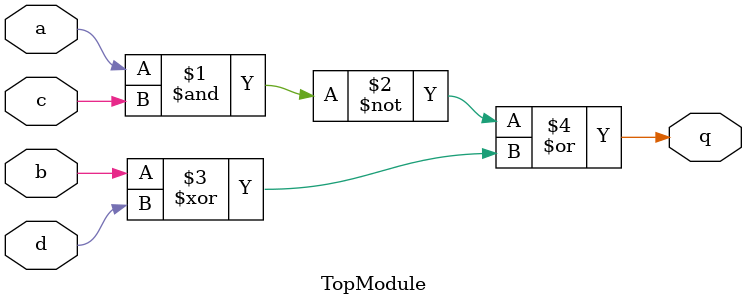
<source format=sv>

module TopModule (
    input a,        // clock signal
    input b,        // reset signal (asserted on clock edges)
    input c,        // data line 'c'
    input d,        // data line 'd'
    output q        // output signal 'q'
);

    assign q = ~(a & c) | (b ^ d);

endmodule

// VERILOG-EVAL: errant inclusion of module definition

</source>
